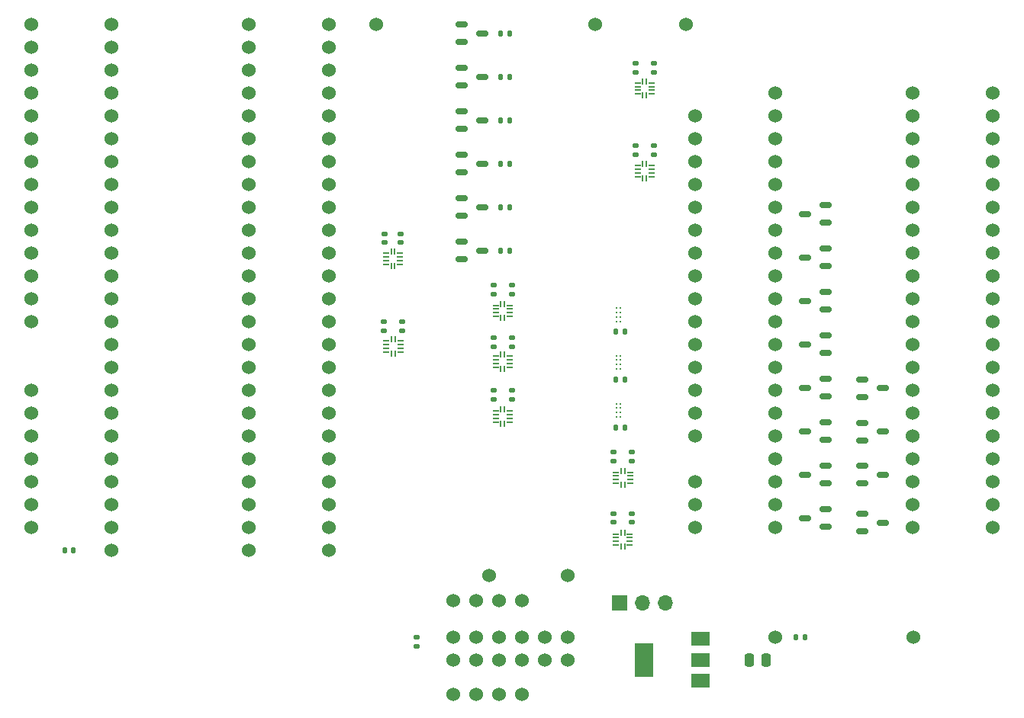
<source format=gbr>
%TF.GenerationSoftware,KiCad,Pcbnew,7.0.9*%
%TF.CreationDate,2024-08-31T17:15:55-06:00*%
%TF.ProjectId,Prototype1,50726f74-6f74-4797-9065-312e6b696361,rev?*%
%TF.SameCoordinates,Original*%
%TF.FileFunction,Soldermask,Top*%
%TF.FilePolarity,Negative*%
%FSLAX46Y46*%
G04 Gerber Fmt 4.6, Leading zero omitted, Abs format (unit mm)*
G04 Created by KiCad (PCBNEW 7.0.9) date 2024-08-31 17:15:55*
%MOMM*%
%LPD*%
G01*
G04 APERTURE LIST*
G04 Aperture macros list*
%AMRoundRect*
0 Rectangle with rounded corners*
0 $1 Rounding radius*
0 $2 $3 $4 $5 $6 $7 $8 $9 X,Y pos of 4 corners*
0 Add a 4 corners polygon primitive as box body*
4,1,4,$2,$3,$4,$5,$6,$7,$8,$9,$2,$3,0*
0 Add four circle primitives for the rounded corners*
1,1,$1+$1,$2,$3*
1,1,$1+$1,$4,$5*
1,1,$1+$1,$6,$7*
1,1,$1+$1,$8,$9*
0 Add four rect primitives between the rounded corners*
20,1,$1+$1,$2,$3,$4,$5,0*
20,1,$1+$1,$4,$5,$6,$7,0*
20,1,$1+$1,$6,$7,$8,$9,0*
20,1,$1+$1,$8,$9,$2,$3,0*%
G04 Aperture macros list end*
%ADD10RoundRect,0.140000X0.170000X-0.140000X0.170000X0.140000X-0.170000X0.140000X-0.170000X-0.140000X0*%
%ADD11C,1.524000*%
%ADD12RoundRect,0.150000X-0.512500X-0.150000X0.512500X-0.150000X0.512500X0.150000X-0.512500X0.150000X0*%
%ADD13RoundRect,0.140000X0.140000X0.170000X-0.140000X0.170000X-0.140000X-0.170000X0.140000X-0.170000X0*%
%ADD14RoundRect,0.135000X0.135000X0.185000X-0.135000X0.185000X-0.135000X-0.185000X0.135000X-0.185000X0*%
%ADD15R,0.203200X0.660400*%
%ADD16R,0.660400X0.203200*%
%ADD17RoundRect,0.150000X0.512500X0.150000X-0.512500X0.150000X-0.512500X-0.150000X0.512500X-0.150000X0*%
%ADD18RoundRect,0.250000X-0.250000X-0.475000X0.250000X-0.475000X0.250000X0.475000X-0.250000X0.475000X0*%
%ADD19R,1.700000X1.700000*%
%ADD20O,1.700000X1.700000*%
%ADD21C,0.304800*%
%ADD22RoundRect,0.140000X-0.140000X-0.170000X0.140000X-0.170000X0.140000X0.170000X-0.140000X0.170000X0*%
%ADD23RoundRect,0.135000X-0.185000X0.135000X-0.185000X-0.135000X0.185000X-0.135000X0.185000X0.135000X0*%
%ADD24R,2.000000X3.800000*%
%ADD25R,2.000000X1.500000*%
G04 APERTURE END LIST*
D10*
%TO.C,C16*%
X174498000Y-60198000D03*
X174498000Y-59238000D03*
%TD*%
D11*
%TO.C,TP71*%
X138430000Y-73660000D03*
%TD*%
D10*
%TO.C,C7*%
X156718000Y-81534000D03*
X156718000Y-80574000D03*
%TD*%
D12*
%TO.C,Q4*%
X153173000Y-60264000D03*
X153173000Y-62164000D03*
X155448000Y-61214000D03*
%TD*%
D13*
%TO.C,C17*%
X110109000Y-104140000D03*
X109149000Y-104140000D03*
%TD*%
D11*
%TO.C,TP12*%
X179070000Y-83820000D03*
%TD*%
%TO.C,TP93*%
X154813000Y-109728000D03*
%TD*%
D14*
%TO.C,R1*%
X158496000Y-46736000D03*
X157476000Y-46736000D03*
%TD*%
D11*
%TO.C,TP65*%
X138430000Y-88900000D03*
%TD*%
%TO.C,TP54*%
X105410000Y-88900000D03*
%TD*%
D15*
%TO.C,U10*%
X157921300Y-76787299D03*
X157521300Y-76787299D03*
D16*
X156946600Y-76962000D03*
X156946600Y-77361999D03*
X156946600Y-77761999D03*
X156946600Y-78161998D03*
D15*
X157521300Y-78336699D03*
X157921300Y-78336699D03*
D16*
X158496000Y-78161998D03*
X158496000Y-77761999D03*
X158496000Y-77361999D03*
X158496000Y-76962000D03*
%TD*%
D10*
%TO.C,C11*%
X156718000Y-87376000D03*
X156718000Y-86416000D03*
%TD*%
D11*
%TO.C,TP51*%
X105410000Y-76200000D03*
%TD*%
%TO.C,TP68*%
X138430000Y-81280000D03*
%TD*%
D17*
%TO.C,Q13*%
X193537000Y-67752000D03*
X193537000Y-65852000D03*
X191262000Y-66802000D03*
%TD*%
D11*
%TO.C,TP50*%
X105410000Y-73660000D03*
%TD*%
D18*
%TO.C,C24*%
X185044000Y-116332000D03*
X186944000Y-116332000D03*
%TD*%
D11*
%TO.C,TP63*%
X138430000Y-93980000D03*
%TD*%
%TO.C,TP84*%
X143665000Y-45720000D03*
%TD*%
%TO.C,TP48*%
X105410000Y-68580000D03*
%TD*%
%TO.C,TP69*%
X138430000Y-78740000D03*
%TD*%
%TO.C,TP7*%
X179070000Y-71120000D03*
%TD*%
%TO.C,TP66*%
X138430000Y-86360000D03*
%TD*%
D12*
%TO.C,Q5*%
X153173000Y-65090000D03*
X153173000Y-66990000D03*
X155448000Y-66040000D03*
%TD*%
D14*
%TO.C,R2*%
X158496000Y-51562000D03*
X157476000Y-51562000D03*
%TD*%
D17*
%TO.C,Q14*%
X193537000Y-72578000D03*
X193537000Y-70678000D03*
X191262000Y-71628000D03*
%TD*%
D15*
%TO.C,U2*%
X173669300Y-61274300D03*
X173269300Y-61274300D03*
D16*
X172694600Y-61449001D03*
X172694600Y-61849000D03*
X172694600Y-62249000D03*
X172694600Y-62648999D03*
D15*
X173269300Y-62823700D03*
X173669300Y-62823700D03*
D16*
X174244000Y-62648999D03*
X174244000Y-62249000D03*
X174244000Y-61849000D03*
X174244000Y-61449001D03*
%TD*%
D11*
%TO.C,TP17*%
X179070000Y-99060000D03*
%TD*%
%TO.C,TP42*%
X105410000Y-53340000D03*
%TD*%
D10*
%TO.C,C22*%
X172466000Y-51054000D03*
X172466000Y-50094000D03*
%TD*%
D19*
%TO.C,J1*%
X170688000Y-109982000D03*
D20*
X173228000Y-109982000D03*
X175768000Y-109982000D03*
%TD*%
D11*
%TO.C,TP31*%
X212090000Y-83820000D03*
%TD*%
D17*
%TO.C,Q8*%
X193537000Y-101534000D03*
X193537000Y-99634000D03*
X191262000Y-100584000D03*
%TD*%
D11*
%TO.C,TP82*%
X138430000Y-45720000D03*
%TD*%
%TO.C,TP43*%
X105410000Y-55880000D03*
%TD*%
%TO.C,TP74*%
X138430000Y-66040000D03*
%TD*%
D17*
%TO.C,Q7*%
X193537000Y-87056000D03*
X193537000Y-85156000D03*
X191262000Y-86106000D03*
%TD*%
D11*
%TO.C,TP5*%
X179070000Y-66040000D03*
%TD*%
%TO.C,TP87*%
X178054000Y-45720000D03*
%TD*%
%TO.C,TP21*%
X212090000Y-58420000D03*
%TD*%
%TO.C,TP11*%
X179070000Y-81280000D03*
%TD*%
D10*
%TO.C,C9*%
X172466000Y-60198000D03*
X172466000Y-59238000D03*
%TD*%
D11*
%TO.C,TP15*%
X179070000Y-91440000D03*
%TD*%
D21*
%TO.C,U11*%
X170315000Y-77240000D03*
X170815000Y-77240000D03*
X170315000Y-77740000D03*
X170815000Y-77740000D03*
X170315000Y-78240000D03*
X170815000Y-78240000D03*
X170315000Y-78740000D03*
X170815000Y-78740000D03*
%TD*%
D11*
%TO.C,TP16*%
X179070000Y-96520000D03*
%TD*%
D22*
%TO.C,C23*%
X190274000Y-113792000D03*
X191234000Y-113792000D03*
%TD*%
D17*
%TO.C,Q10*%
X193537000Y-91882000D03*
X193537000Y-89982000D03*
X191262000Y-90932000D03*
%TD*%
D11*
%TO.C,TP10*%
X179070000Y-78740000D03*
%TD*%
%TO.C,TP4*%
X179070000Y-63500000D03*
%TD*%
D15*
%TO.C,U12*%
X157921300Y-82445301D03*
X157521300Y-82445301D03*
D16*
X156946600Y-82620002D03*
X156946600Y-83020001D03*
X156946600Y-83420001D03*
X156946600Y-83820000D03*
D15*
X157521300Y-83994701D03*
X157921300Y-83994701D03*
D16*
X158496000Y-83820000D03*
X158496000Y-83420001D03*
X158496000Y-83020001D03*
X158496000Y-82620002D03*
%TD*%
D22*
%TO.C,C20*%
X170307000Y-85217000D03*
X171267000Y-85217000D03*
%TD*%
D11*
%TO.C,TP58*%
X105410000Y-99060000D03*
%TD*%
D10*
%TO.C,C14*%
X158750000Y-81534000D03*
X158750000Y-80574000D03*
%TD*%
D11*
%TO.C,TP1*%
X179070000Y-55880000D03*
%TD*%
D15*
%TO.C,U6*%
X145796000Y-80746600D03*
X145396000Y-80746600D03*
D16*
X144821300Y-80921301D03*
X144821300Y-81321300D03*
X144821300Y-81721300D03*
X144821300Y-82121299D03*
D15*
X145396000Y-82296000D03*
X145796000Y-82296000D03*
D16*
X146370700Y-82121299D03*
X146370700Y-81721300D03*
X146370700Y-81321300D03*
X146370700Y-80921301D03*
%TD*%
D12*
%TO.C,Q16*%
X197623000Y-94808000D03*
X197623000Y-96708000D03*
X199898000Y-95758000D03*
%TD*%
D15*
%TO.C,U1*%
X173669300Y-52092301D03*
X173269300Y-52092301D03*
D16*
X172694600Y-52267002D03*
X172694600Y-52667001D03*
X172694600Y-53067001D03*
X172694600Y-53467000D03*
D15*
X173269300Y-53641701D03*
X173669300Y-53641701D03*
D16*
X174244000Y-53467000D03*
X174244000Y-53067001D03*
X174244000Y-52667001D03*
X174244000Y-52267002D03*
%TD*%
D11*
%TO.C,TP27*%
X212090000Y-73660000D03*
%TD*%
%TO.C,TP24*%
X212090000Y-66040000D03*
%TD*%
%TO.C,TP70*%
X138430000Y-76200000D03*
%TD*%
D23*
%TO.C,R7*%
X148209000Y-113788000D03*
X148209000Y-114808000D03*
%TD*%
D14*
%TO.C,R4*%
X158500000Y-61214000D03*
X157480000Y-61214000D03*
%TD*%
D11*
%TO.C,TP86*%
X203327000Y-113792000D03*
%TD*%
%TO.C,TP92*%
X157353000Y-109728000D03*
%TD*%
%TO.C,TP9*%
X179070000Y-76200000D03*
%TD*%
%TO.C,TP14*%
X179070000Y-88900000D03*
%TD*%
%TO.C,TP20*%
X212090000Y-55880000D03*
%TD*%
D14*
%TO.C,R3*%
X158500000Y-56388000D03*
X157480000Y-56388000D03*
%TD*%
D11*
%TO.C,TP40*%
X105410000Y-48260000D03*
%TD*%
%TO.C,TP33*%
X212090000Y-88900000D03*
%TD*%
%TO.C,TP46*%
X105410000Y-63500000D03*
%TD*%
%TO.C,TP36*%
X212090000Y-96520000D03*
%TD*%
%TO.C,TP56*%
X105410000Y-93980000D03*
%TD*%
%TO.C,TP53*%
X105410000Y-86360000D03*
%TD*%
D10*
%TO.C,C10*%
X174498000Y-51054000D03*
X174498000Y-50094000D03*
%TD*%
%TO.C,C13*%
X158750000Y-75692000D03*
X158750000Y-74732000D03*
%TD*%
D11*
%TO.C,TP59*%
X105410000Y-101600000D03*
%TD*%
D10*
%TO.C,C2*%
X172085000Y-101036000D03*
X172085000Y-100076000D03*
%TD*%
D11*
%TO.C,TP18*%
X179070000Y-101600000D03*
%TD*%
%TO.C,TP8*%
X179070000Y-73660000D03*
%TD*%
D21*
%TO.C,U9*%
X170315000Y-82550000D03*
X170815000Y-82550000D03*
X170315000Y-83050000D03*
X170815000Y-83050000D03*
X170315000Y-83550000D03*
X170815000Y-83550000D03*
X170315000Y-84050000D03*
X170815000Y-84050000D03*
%TD*%
D10*
%TO.C,C15*%
X144526000Y-79756000D03*
X144526000Y-78796000D03*
%TD*%
D11*
%TO.C,TP28*%
X212090000Y-76200000D03*
%TD*%
%TO.C,TP23*%
X212090000Y-63500000D03*
%TD*%
D10*
%TO.C,C12*%
X158750000Y-87376000D03*
X158750000Y-86416000D03*
%TD*%
%TO.C,C4*%
X172085000Y-94234000D03*
X172085000Y-93274000D03*
%TD*%
%TO.C,C8*%
X146558000Y-79756000D03*
X146558000Y-78796000D03*
%TD*%
%TO.C,C1*%
X170053000Y-101036000D03*
X170053000Y-100076000D03*
%TD*%
D11*
%TO.C,TP49*%
X105410000Y-71120000D03*
%TD*%
D15*
%TO.C,U8*%
X157921300Y-88541301D03*
X157521300Y-88541301D03*
D16*
X156946600Y-88716002D03*
X156946600Y-89116001D03*
X156946600Y-89516001D03*
X156946600Y-89916000D03*
D15*
X157521300Y-90090701D03*
X157921300Y-90090701D03*
D16*
X158496000Y-89916000D03*
X158496000Y-89516001D03*
X158496000Y-89116001D03*
X158496000Y-88716002D03*
%TD*%
D11*
%TO.C,TP19*%
X212090000Y-53340000D03*
%TD*%
%TO.C,TP83*%
X138430000Y-104140000D03*
%TD*%
D12*
%TO.C,Q3*%
X153173000Y-55438000D03*
X153173000Y-57338000D03*
X155448000Y-56388000D03*
%TD*%
D11*
%TO.C,TP60*%
X138430000Y-101600000D03*
%TD*%
%TO.C,TP41*%
X105410000Y-50800000D03*
%TD*%
%TO.C,TP55*%
X105410000Y-91440000D03*
%TD*%
%TO.C,TP39*%
X105410000Y-45720000D03*
%TD*%
%TO.C,TP61*%
X138430000Y-99060000D03*
%TD*%
D10*
%TO.C,C19*%
X156718000Y-75692000D03*
X156718000Y-74732000D03*
%TD*%
D14*
%TO.C,R6*%
X158500000Y-70866000D03*
X157480000Y-70866000D03*
%TD*%
D11*
%TO.C,TP26*%
X212090000Y-71120000D03*
%TD*%
%TO.C,TP30*%
X212090000Y-81280000D03*
%TD*%
D22*
%TO.C,C18*%
X170307000Y-79883000D03*
X171267000Y-79883000D03*
%TD*%
D11*
%TO.C,TP90*%
X164973000Y-106934000D03*
%TD*%
%TO.C,TP72*%
X138430000Y-71120000D03*
%TD*%
D12*
%TO.C,Q17*%
X197623000Y-85222000D03*
X197623000Y-87122000D03*
X199898000Y-86172000D03*
%TD*%
D17*
%TO.C,Q9*%
X193537000Y-96708000D03*
X193537000Y-94808000D03*
X191262000Y-95758000D03*
%TD*%
D14*
%TO.C,R5*%
X158500000Y-66040000D03*
X157480000Y-66040000D03*
%TD*%
D11*
%TO.C,TP98*%
X152273000Y-109728000D03*
%TD*%
%TO.C,TP95*%
X157353000Y-120142000D03*
%TD*%
%TO.C,TP62*%
X138430000Y-96520000D03*
%TD*%
%TO.C,TP29*%
X212090000Y-78740000D03*
%TD*%
D17*
%TO.C,Q12*%
X193537000Y-82230000D03*
X193537000Y-80330000D03*
X191262000Y-81280000D03*
%TD*%
D15*
%TO.C,U3*%
X171256300Y-102187299D03*
X170856300Y-102187299D03*
D16*
X170281600Y-102362000D03*
X170281600Y-102761999D03*
X170281600Y-103161999D03*
X170281600Y-103561998D03*
D15*
X170856300Y-103736699D03*
X171256300Y-103736699D03*
D16*
X171831000Y-103561998D03*
X171831000Y-103161999D03*
X171831000Y-102761999D03*
X171831000Y-102362000D03*
%TD*%
D11*
%TO.C,TP3*%
X179070000Y-60960000D03*
%TD*%
%TO.C,TP2*%
X179070000Y-58420000D03*
%TD*%
%TO.C,TP76*%
X138430000Y-60960000D03*
%TD*%
D12*
%TO.C,Q1*%
X153173000Y-45786000D03*
X153173000Y-47686000D03*
X155448000Y-46736000D03*
%TD*%
D11*
%TO.C,TP94*%
X154813000Y-120142000D03*
%TD*%
%TO.C,TP91*%
X159893000Y-109728000D03*
%TD*%
%TO.C,TP37*%
X212090000Y-99060000D03*
%TD*%
%TO.C,TP47*%
X105410000Y-66040000D03*
%TD*%
%TO.C,J4*%
X187960000Y-53340000D03*
X187960000Y-55880000D03*
X187960000Y-58420000D03*
X187960000Y-60960000D03*
X187960000Y-63500000D03*
X187960000Y-66040000D03*
X187960000Y-68580000D03*
X187960000Y-71120000D03*
X187960000Y-73660000D03*
X187960000Y-76200000D03*
X187960000Y-78740000D03*
X187960000Y-81280000D03*
X187960000Y-83820000D03*
X187960000Y-86360000D03*
X187960000Y-88900000D03*
X187960000Y-91440000D03*
X187960000Y-93980000D03*
X187960000Y-96520000D03*
X187960000Y-99060000D03*
X187960000Y-101600000D03*
X203200000Y-101600000D03*
X203200000Y-99060000D03*
X203200000Y-96520000D03*
X203200000Y-93980000D03*
X203200000Y-91440000D03*
X203200000Y-88900000D03*
X203200000Y-86360000D03*
X203200000Y-83820000D03*
X203200000Y-81280000D03*
X203200000Y-78740000D03*
X203200000Y-76200000D03*
X203200000Y-73660000D03*
X203200000Y-71120000D03*
X203200000Y-68580000D03*
X203200000Y-66040000D03*
X203200000Y-63500000D03*
X203200000Y-60960000D03*
X203200000Y-58420000D03*
X203200000Y-55880000D03*
X203200000Y-53340000D03*
%TD*%
%TO.C,TP38*%
X212090000Y-101600000D03*
%TD*%
%TO.C,TP79*%
X138430000Y-53340000D03*
%TD*%
D12*
%TO.C,Q6*%
X153173000Y-69916000D03*
X153173000Y-71816000D03*
X155448000Y-70866000D03*
%TD*%
%TO.C,Q2*%
X153173000Y-50612000D03*
X153173000Y-52512000D03*
X155448000Y-51562000D03*
%TD*%
D11*
%TO.C,TP78*%
X138430000Y-55880000D03*
%TD*%
%TO.C,TP80*%
X138430000Y-50800000D03*
%TD*%
D24*
%TO.C,U13*%
X173380000Y-116332000D03*
D25*
X179680000Y-118632000D03*
X179680000Y-116332000D03*
X179680000Y-114032000D03*
%TD*%
D22*
%TO.C,C21*%
X170307000Y-90551000D03*
X171267000Y-90551000D03*
%TD*%
D11*
%TO.C,J3*%
X152273000Y-116332000D03*
X154813000Y-116332000D03*
X157353000Y-116332000D03*
X159893000Y-116332000D03*
X162433000Y-116332000D03*
X164973000Y-116332000D03*
X152273000Y-113792000D03*
X154813000Y-113792000D03*
X157353000Y-113792000D03*
X159893000Y-113792000D03*
X162433000Y-113792000D03*
X164973000Y-113792000D03*
%TD*%
%TO.C,TP75*%
X138430000Y-63500000D03*
%TD*%
%TO.C,TP57*%
X105410000Y-96520000D03*
%TD*%
D10*
%TO.C,C5*%
X144653000Y-69977000D03*
X144653000Y-69017000D03*
%TD*%
D11*
%TO.C,TP35*%
X212090000Y-93980000D03*
%TD*%
%TO.C,TP77*%
X138430000Y-58420000D03*
%TD*%
%TO.C,TP25*%
X212090000Y-68580000D03*
%TD*%
%TO.C,TP88*%
X187960000Y-113792000D03*
%TD*%
%TO.C,TP34*%
X212090000Y-91440000D03*
%TD*%
%TO.C,TP73*%
X138430000Y-68580000D03*
%TD*%
%TO.C,TP85*%
X156210000Y-106934000D03*
%TD*%
D17*
%TO.C,Q11*%
X193537000Y-77404000D03*
X193537000Y-75504000D03*
X191262000Y-76454000D03*
%TD*%
D11*
%TO.C,TP97*%
X152273000Y-120142000D03*
%TD*%
%TO.C,TP22*%
X212090000Y-60960000D03*
%TD*%
%TO.C,J2*%
X114300000Y-45720000D03*
X114300000Y-48260000D03*
X114300000Y-50800000D03*
X114300000Y-53340000D03*
X114300000Y-55880000D03*
X114300000Y-58420000D03*
X114300000Y-60960000D03*
X114300000Y-63500000D03*
X114300000Y-66040000D03*
X114300000Y-68580000D03*
X114300000Y-71120000D03*
X114300000Y-73660000D03*
X114300000Y-76200000D03*
X114300000Y-78740000D03*
X114300000Y-81280000D03*
X114300000Y-83820000D03*
X114300000Y-86360000D03*
X114300000Y-88900000D03*
X114300000Y-91440000D03*
X114300000Y-93980000D03*
X114300000Y-96520000D03*
X114300000Y-99060000D03*
X114300000Y-101600000D03*
X114300000Y-104140000D03*
X129540000Y-104140000D03*
X129540000Y-101600000D03*
X129540000Y-99060000D03*
X129540000Y-96520000D03*
X129540000Y-93980000D03*
X129540000Y-91440000D03*
X129540000Y-88900000D03*
X129540000Y-86360000D03*
X129540000Y-83820000D03*
X129540000Y-81280000D03*
X129540000Y-78740000D03*
X129540000Y-76200000D03*
X129540000Y-73660000D03*
X129540000Y-71120000D03*
X129540000Y-68580000D03*
X129540000Y-66040000D03*
X129540000Y-63500000D03*
X129540000Y-60960000D03*
X129540000Y-58420000D03*
X129540000Y-55880000D03*
X129540000Y-53340000D03*
X129540000Y-50800000D03*
X129540000Y-48260000D03*
X129540000Y-45720000D03*
%TD*%
%TO.C,TP52*%
X105410000Y-78740000D03*
%TD*%
D21*
%TO.C,U7*%
X170315000Y-87884000D03*
X170815000Y-87884000D03*
X170315000Y-88384000D03*
X170815000Y-88384000D03*
X170315000Y-88884000D03*
X170815000Y-88884000D03*
X170315000Y-89384000D03*
X170815000Y-89384000D03*
%TD*%
D15*
%TO.C,U4*%
X171269000Y-95329299D03*
X170869000Y-95329299D03*
D16*
X170294300Y-95504000D03*
X170294300Y-95903999D03*
X170294300Y-96303999D03*
X170294300Y-96703998D03*
D15*
X170869000Y-96878699D03*
X171269000Y-96878699D03*
D16*
X171843700Y-96703998D03*
X171843700Y-96303999D03*
X171843700Y-95903999D03*
X171843700Y-95504000D03*
%TD*%
D12*
%TO.C,Q18*%
X197623000Y-90048000D03*
X197623000Y-91948000D03*
X199898000Y-90998000D03*
%TD*%
D11*
%TO.C,TP64*%
X138430000Y-91440000D03*
%TD*%
D10*
%TO.C,C6*%
X146431000Y-69977000D03*
X146431000Y-69017000D03*
%TD*%
D11*
%TO.C,TP81*%
X138430000Y-48260000D03*
%TD*%
%TO.C,TP89*%
X168021000Y-45720000D03*
%TD*%
D12*
%TO.C,Q15*%
X197623000Y-100142000D03*
X197623000Y-102042000D03*
X199898000Y-101092000D03*
%TD*%
D11*
%TO.C,TP96*%
X159893000Y-120142000D03*
%TD*%
D15*
%TO.C,U5*%
X145742000Y-71015301D03*
X145342000Y-71015301D03*
D16*
X144767300Y-71190002D03*
X144767300Y-71590001D03*
X144767300Y-71990001D03*
X144767300Y-72390000D03*
D15*
X145342000Y-72564701D03*
X145742000Y-72564701D03*
D16*
X146316700Y-72390000D03*
X146316700Y-71990001D03*
X146316700Y-71590001D03*
X146316700Y-71190002D03*
%TD*%
D11*
%TO.C,TP13*%
X179070000Y-86360000D03*
%TD*%
%TO.C,TP67*%
X138430000Y-83820000D03*
%TD*%
D10*
%TO.C,C3*%
X170053000Y-94234000D03*
X170053000Y-93274000D03*
%TD*%
D11*
%TO.C,TP6*%
X179070000Y-68580000D03*
%TD*%
%TO.C,TP44*%
X105410000Y-58420000D03*
%TD*%
%TO.C,TP45*%
X105410000Y-60960000D03*
%TD*%
%TO.C,TP32*%
X212090000Y-86360000D03*
%TD*%
M02*

</source>
